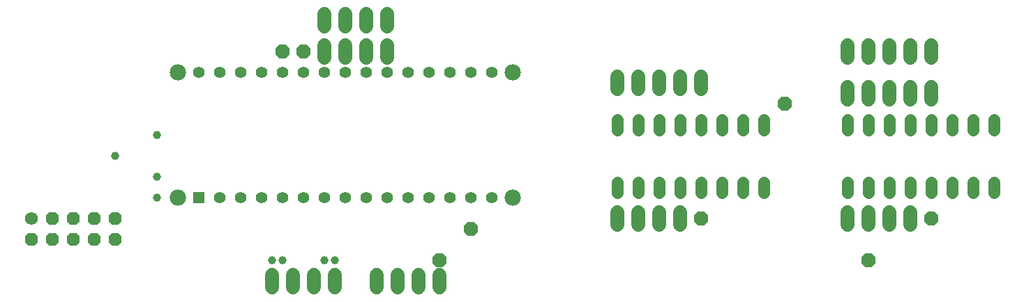
<source format=gbr>
G04 EAGLE Gerber RS-274X export*
G75*
%MOMM*%
%FSLAX34Y34*%
%LPD*%
%INSoldermask Bottom*%
%IPPOS*%
%AMOC8*
5,1,8,0,0,1.08239X$1,22.5*%
G01*
%ADD10C,1.981200*%
%ADD11R,1.409600X1.409600*%
%ADD12C,1.409600*%
%ADD13C,1.422400*%
%ADD14C,1.727200*%
%ADD15C,1.574800*%
%ADD16P,1.704548X8X22.500000*%
%ADD17P,1.869504X8X22.500000*%
%ADD18C,0.990600*%


D10*
X215900Y139700D03*
D11*
X241300Y139700D03*
D12*
X266700Y139700D03*
X292100Y139700D03*
X317500Y139700D03*
X342900Y139700D03*
X368300Y139700D03*
X393700Y139700D03*
X419100Y139700D03*
X444500Y139700D03*
X469900Y139700D03*
X495300Y139700D03*
X520700Y139700D03*
X546100Y139700D03*
X571500Y139700D03*
X596900Y139700D03*
X596900Y292100D03*
X571500Y292100D03*
X546100Y292100D03*
X520700Y292100D03*
X495300Y292100D03*
X469900Y292100D03*
X444500Y292100D03*
X419100Y292100D03*
X393700Y292100D03*
X368300Y292100D03*
X342900Y292100D03*
X317500Y292100D03*
X292100Y292100D03*
X266700Y292100D03*
X241300Y292100D03*
D10*
X215900Y292100D03*
X622300Y292100D03*
X622300Y139700D03*
D13*
X749300Y146304D02*
X749300Y158496D01*
X774700Y158496D02*
X774700Y146304D01*
X901700Y146304D02*
X901700Y158496D01*
X927100Y158496D02*
X927100Y146304D01*
X800100Y146304D02*
X800100Y158496D01*
X825500Y158496D02*
X825500Y146304D01*
X876300Y146304D02*
X876300Y158496D01*
X850900Y158496D02*
X850900Y146304D01*
X927100Y222504D02*
X927100Y234696D01*
X901700Y234696D02*
X901700Y222504D01*
X876300Y222504D02*
X876300Y234696D01*
X850900Y234696D02*
X850900Y222504D01*
X825500Y222504D02*
X825500Y234696D01*
X800100Y234696D02*
X800100Y222504D01*
X774700Y222504D02*
X774700Y234696D01*
X749300Y234696D02*
X749300Y222504D01*
X1028700Y158496D02*
X1028700Y146304D01*
X1054100Y146304D02*
X1054100Y158496D01*
X1181100Y158496D02*
X1181100Y146304D01*
X1206500Y146304D02*
X1206500Y158496D01*
X1079500Y158496D02*
X1079500Y146304D01*
X1104900Y146304D02*
X1104900Y158496D01*
X1155700Y158496D02*
X1155700Y146304D01*
X1130300Y146304D02*
X1130300Y158496D01*
X1206500Y222504D02*
X1206500Y234696D01*
X1181100Y234696D02*
X1181100Y222504D01*
X1155700Y222504D02*
X1155700Y234696D01*
X1130300Y234696D02*
X1130300Y222504D01*
X1104900Y222504D02*
X1104900Y234696D01*
X1079500Y234696D02*
X1079500Y222504D01*
X1054100Y222504D02*
X1054100Y234696D01*
X1028700Y234696D02*
X1028700Y222504D01*
D14*
X749300Y271780D02*
X749300Y287020D01*
X774700Y287020D02*
X774700Y271780D01*
X800100Y271780D02*
X800100Y287020D01*
X825500Y287020D02*
X825500Y271780D01*
X850900Y271780D02*
X850900Y287020D01*
X1028700Y309880D02*
X1028700Y325120D01*
X1054100Y325120D02*
X1054100Y309880D01*
X1079500Y309880D02*
X1079500Y325120D01*
X1104900Y325120D02*
X1104900Y309880D01*
X1130300Y309880D02*
X1130300Y325120D01*
X1028700Y274320D02*
X1028700Y259080D01*
X1054100Y259080D02*
X1054100Y274320D01*
X1079500Y274320D02*
X1079500Y259080D01*
X1104900Y259080D02*
X1104900Y274320D01*
X1130300Y274320D02*
X1130300Y259080D01*
D15*
X38100Y114300D03*
D16*
X38100Y88900D03*
X63500Y114300D03*
X63500Y88900D03*
X88900Y114300D03*
X88900Y88900D03*
X114300Y114300D03*
X114300Y88900D03*
X139700Y114300D03*
X139700Y88900D03*
D14*
X393700Y347980D02*
X393700Y363220D01*
X419100Y363220D02*
X419100Y347980D01*
X444500Y347980D02*
X444500Y363220D01*
X469900Y363220D02*
X469900Y347980D01*
X393700Y325120D02*
X393700Y309880D01*
X419100Y309880D02*
X419100Y325120D01*
X444500Y325120D02*
X444500Y309880D01*
X469900Y309880D02*
X469900Y325120D01*
X749300Y121920D02*
X749300Y106680D01*
X774700Y106680D02*
X774700Y121920D01*
X800100Y121920D02*
X800100Y106680D01*
X825500Y106680D02*
X825500Y121920D01*
X1028700Y121920D02*
X1028700Y106680D01*
X1054100Y106680D02*
X1054100Y121920D01*
X1079500Y121920D02*
X1079500Y106680D01*
X1104900Y106680D02*
X1104900Y121920D01*
D17*
X368300Y317500D03*
X342900Y317500D03*
X850900Y114300D03*
X1054100Y63500D03*
X533400Y63500D03*
X571500Y101600D03*
X1130300Y114300D03*
X952500Y254000D03*
D14*
X330200Y45720D02*
X330200Y30480D01*
X355600Y30480D02*
X355600Y45720D01*
X381000Y45720D02*
X381000Y30480D01*
X406400Y30480D02*
X406400Y45720D01*
X457200Y45720D02*
X457200Y30480D01*
X482600Y30480D02*
X482600Y45720D01*
X508000Y45720D02*
X508000Y30480D01*
X533400Y30480D02*
X533400Y45720D01*
D18*
X330200Y63500D03*
X190500Y215900D03*
X139700Y190500D03*
X190500Y165100D03*
X190500Y139700D03*
X342900Y63500D03*
X393700Y63500D03*
X406400Y63500D03*
M02*

</source>
